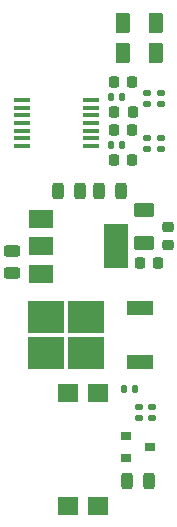
<source format=gtp>
G04 #@! TF.GenerationSoftware,KiCad,Pcbnew,6.0.2+dfsg-1*
G04 #@! TF.CreationDate,2022-07-08T08:01:06-07:00*
G04 #@! TF.ProjectId,behavior_panel,62656861-7669-46f7-925f-70616e656c2e,rev?*
G04 #@! TF.SameCoordinates,Original*
G04 #@! TF.FileFunction,Paste,Top*
G04 #@! TF.FilePolarity,Positive*
%FSLAX46Y46*%
G04 Gerber Fmt 4.6, Leading zero omitted, Abs format (unit mm)*
G04 Created by KiCad (PCBNEW 6.0.2+dfsg-1) date 2022-07-08 08:01:06*
%MOMM*%
%LPD*%
G01*
G04 APERTURE LIST*
G04 Aperture macros list*
%AMRoundRect*
0 Rectangle with rounded corners*
0 $1 Rounding radius*
0 $2 $3 $4 $5 $6 $7 $8 $9 X,Y pos of 4 corners*
0 Add a 4 corners polygon primitive as box body*
4,1,4,$2,$3,$4,$5,$6,$7,$8,$9,$2,$3,0*
0 Add four circle primitives for the rounded corners*
1,1,$1+$1,$2,$3*
1,1,$1+$1,$4,$5*
1,1,$1+$1,$6,$7*
1,1,$1+$1,$8,$9*
0 Add four rect primitives between the rounded corners*
20,1,$1+$1,$2,$3,$4,$5,0*
20,1,$1+$1,$4,$5,$6,$7,0*
20,1,$1+$1,$6,$7,$8,$9,0*
20,1,$1+$1,$8,$9,$2,$3,0*%
G04 Aperture macros list end*
%ADD10RoundRect,0.218750X-0.218750X-0.256250X0.218750X-0.256250X0.218750X0.256250X-0.218750X0.256250X0*%
%ADD11RoundRect,0.147500X-0.172500X0.147500X-0.172500X-0.147500X0.172500X-0.147500X0.172500X0.147500X0*%
%ADD12RoundRect,0.147500X-0.147500X-0.172500X0.147500X-0.172500X0.147500X0.172500X-0.147500X0.172500X0*%
%ADD13RoundRect,0.147500X0.172500X-0.147500X0.172500X0.147500X-0.172500X0.147500X-0.172500X-0.147500X0*%
%ADD14RoundRect,0.218750X0.218750X0.256250X-0.218750X0.256250X-0.218750X-0.256250X0.218750X-0.256250X0*%
%ADD15RoundRect,0.243750X0.243750X0.456250X-0.243750X0.456250X-0.243750X-0.456250X0.243750X-0.456250X0*%
%ADD16R,2.000000X1.500000*%
%ADD17R,2.000000X3.800000*%
%ADD18RoundRect,0.250000X-0.625000X0.375000X-0.625000X-0.375000X0.625000X-0.375000X0.625000X0.375000X0*%
%ADD19RoundRect,0.147500X0.147500X0.172500X-0.147500X0.172500X-0.147500X-0.172500X0.147500X-0.172500X0*%
%ADD20RoundRect,0.243750X0.456250X-0.243750X0.456250X0.243750X-0.456250X0.243750X-0.456250X-0.243750X0*%
%ADD21R,1.450000X0.450000*%
%ADD22RoundRect,0.250000X-0.375000X-0.625000X0.375000X-0.625000X0.375000X0.625000X-0.375000X0.625000X0*%
%ADD23R,1.780000X1.500000*%
%ADD24R,0.900000X0.800000*%
%ADD25R,3.050000X2.750000*%
%ADD26R,2.200000X1.200000*%
%ADD27RoundRect,0.218750X0.256250X-0.218750X0.256250X0.218750X-0.256250X0.218750X-0.256250X-0.218750X0*%
G04 APERTURE END LIST*
D10*
X134442000Y-58293000D03*
X136017000Y-58293000D03*
X134429500Y-60833000D03*
X136004500Y-60833000D03*
D11*
X138430000Y-55164000D03*
X138430000Y-56134000D03*
X137287000Y-55141000D03*
X137287000Y-56111000D03*
D12*
X134175500Y-59563000D03*
X135145500Y-59563000D03*
X134198500Y-55499000D03*
X135168500Y-55499000D03*
D13*
X137287000Y-59921000D03*
X137287000Y-58951000D03*
D14*
X138201400Y-69596000D03*
X136626400Y-69596000D03*
D15*
X131605500Y-63500000D03*
X129730500Y-63500000D03*
D16*
X128282300Y-65873600D03*
X128282300Y-68173600D03*
D17*
X134582300Y-68173600D03*
D16*
X128282300Y-70473600D03*
D18*
X137033000Y-65081500D03*
X137033000Y-67881500D03*
D15*
X135064500Y-63500000D03*
X133189500Y-63500000D03*
D19*
X136263000Y-80264000D03*
X135293000Y-80264000D03*
D13*
X138430000Y-59921000D03*
X138430000Y-58951000D03*
D20*
X125857000Y-70421500D03*
X125857000Y-68546500D03*
D21*
X132544400Y-59671500D03*
X132544400Y-59021500D03*
X132544400Y-58371500D03*
X132544400Y-57721500D03*
X132544400Y-57071500D03*
X132544400Y-56421500D03*
X132544400Y-55771500D03*
X126644400Y-55771500D03*
X126644400Y-56421500D03*
X126644400Y-57071500D03*
X126644400Y-57721500D03*
X126644400Y-58371500D03*
X126644400Y-59021500D03*
X126644400Y-59671500D03*
D22*
X135185500Y-49212500D03*
X137985500Y-49212500D03*
D10*
X134429500Y-54229000D03*
X136004500Y-54229000D03*
X134442100Y-56769000D03*
X136017100Y-56769000D03*
D22*
X135185500Y-51752500D03*
X137985500Y-51752500D03*
D13*
X136575800Y-82730200D03*
X136575800Y-81760200D03*
D15*
X137386300Y-88036400D03*
X135511300Y-88036400D03*
D13*
X137668000Y-82730200D03*
X137668000Y-81760200D03*
D23*
X130556000Y-90109000D03*
X133096000Y-90109000D03*
X133096000Y-80579000D03*
X130556000Y-80579000D03*
D24*
X135499600Y-84190800D03*
X135499600Y-86090800D03*
X137499600Y-85140800D03*
D25*
X132064500Y-77216000D03*
X128714500Y-77216000D03*
X132064500Y-74166000D03*
X128714500Y-74166000D03*
D26*
X136689500Y-77971000D03*
X136689500Y-73411000D03*
D27*
X138988800Y-68072100D03*
X138988800Y-66497100D03*
M02*

</source>
